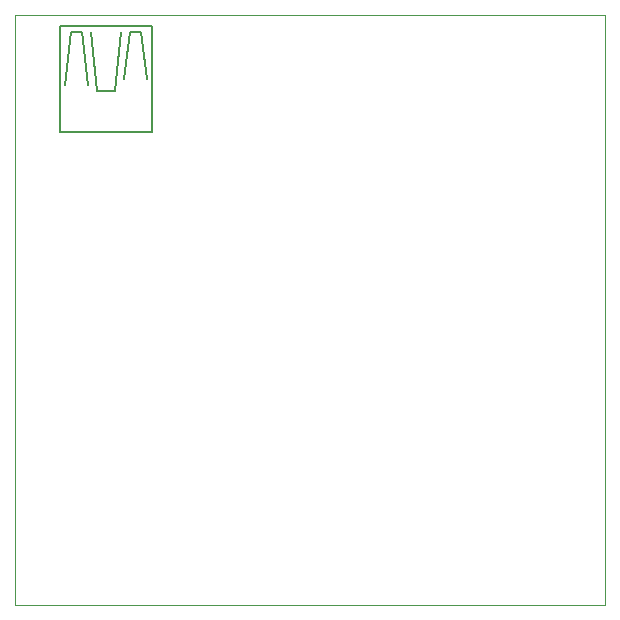
<source format=gbo>
G75*
G70*
%OFA0B0*%
%FSLAX24Y24*%
%IPPOS*%
%LPD*%
%AMOC8*
5,1,8,0,0,1.08239X$1,22.5*
%
%ADD10C,0.0000*%
%ADD11C,0.0050*%
D10*
X000151Y000101D02*
X000151Y019786D01*
X019836Y019786D01*
X019836Y000101D01*
X000151Y000101D01*
D11*
X001655Y015876D02*
X001655Y019420D01*
X004726Y019420D01*
X004726Y015876D01*
X001655Y015876D01*
X002895Y017254D02*
X002698Y019223D01*
X002403Y019223D02*
X002600Y017451D01*
X002895Y017254D02*
X003486Y017254D01*
X003683Y019223D01*
X003978Y019223D02*
X003781Y017648D01*
X004569Y017648D02*
X004372Y019223D01*
X003978Y019223D01*
X002403Y019223D02*
X002009Y019223D01*
X001813Y017451D01*
M02*

</source>
